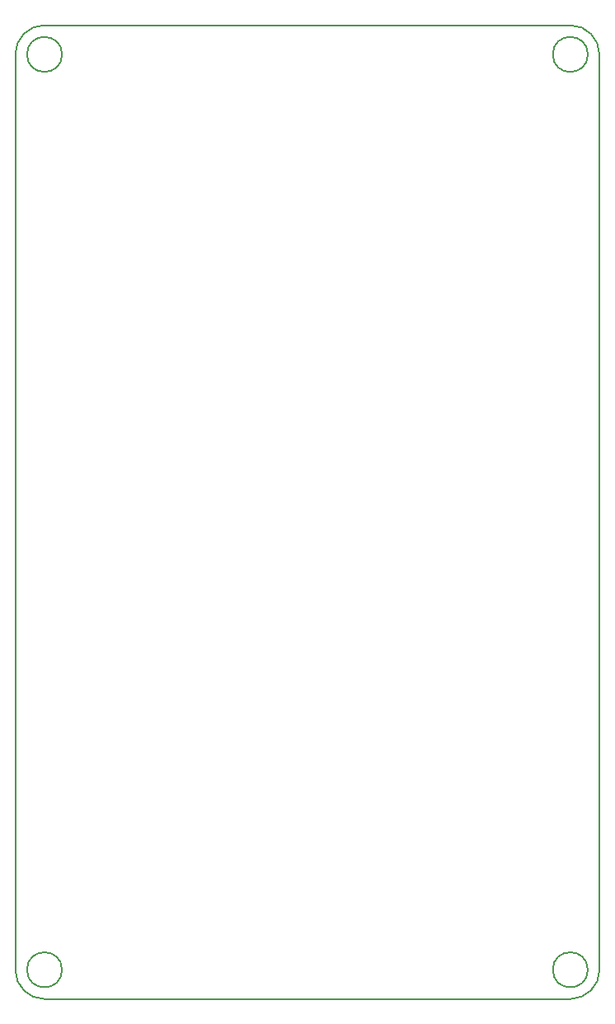
<source format=gbr>
%TF.GenerationSoftware,KiCad,Pcbnew,8.0.2*%
%TF.CreationDate,2025-05-12T10:49:56+08:00*%
%TF.ProjectId,ternel_box,7465726e-656c-45f6-926f-782e6b696361,rev?*%
%TF.SameCoordinates,PX7233d70PY8583b00*%
%TF.FileFunction,Profile,NP*%
%FSLAX46Y46*%
G04 Gerber Fmt 4.6, Leading zero omitted, Abs format (unit mm)*
G04 Created by KiCad (PCBNEW 8.0.2) date 2025-05-12 10:49:56*
%MOMM*%
%LPD*%
G01*
G04 APERTURE LIST*
%TA.AperFunction,Profile*%
%ADD10C,0.130000*%
%TD*%
G04 APERTURE END LIST*
D10*
X3000001Y1D02*
X56999999Y1D01*
X56999999Y100000001D02*
G75*
G02*
X60000001Y97000000I1J-3000001D01*
G01*
X0Y97000000D02*
X0Y3000002D01*
X3000001Y1D02*
G75*
G02*
X1Y3000002I-1J2999999D01*
G01*
X56999999Y100000001D02*
X3000001Y100000001D01*
X60000000Y3000002D02*
G75*
G02*
X56999999Y0I-3000000J-2D01*
G01*
X0Y97000000D02*
G75*
G02*
X3000001Y100000000I3000000J0D01*
G01*
X4800000Y3000001D02*
G75*
G02*
X1200000Y3000001I-1800000J0D01*
G01*
X1200000Y3000001D02*
G75*
G02*
X4800000Y3000001I1800000J0D01*
G01*
X58800000Y3000001D02*
G75*
G02*
X55200000Y3000001I-1800000J0D01*
G01*
X55200000Y3000001D02*
G75*
G02*
X58800000Y3000001I1800000J0D01*
G01*
X58800000Y97000001D02*
G75*
G02*
X55200000Y97000001I-1800000J0D01*
G01*
X55200000Y97000001D02*
G75*
G02*
X58800000Y97000001I1800000J0D01*
G01*
X4800000Y97000001D02*
G75*
G02*
X1200000Y97000001I-1800000J0D01*
G01*
X1200000Y97000001D02*
G75*
G02*
X4800000Y97000001I1800000J0D01*
G01*
X60000000Y3000002D02*
X60000000Y97000000D01*
M02*

</source>
